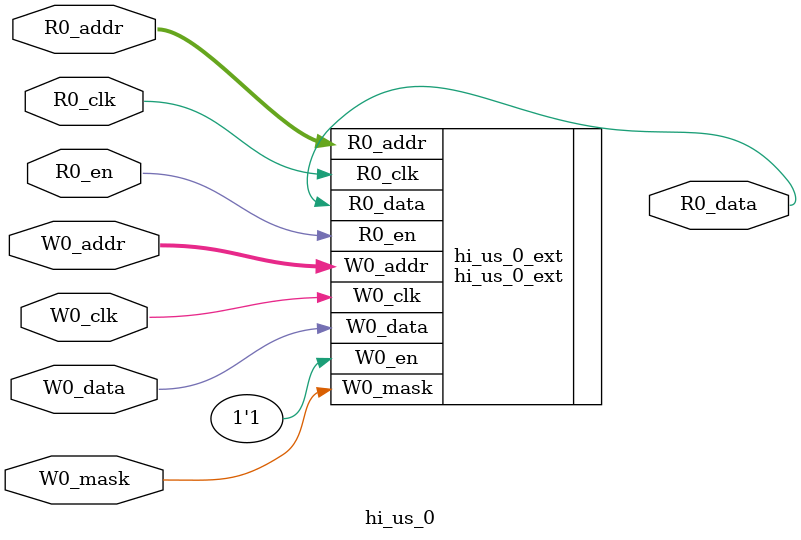
<source format=sv>
`ifndef RANDOMIZE
  `ifdef RANDOMIZE_REG_INIT
    `define RANDOMIZE
  `endif // RANDOMIZE_REG_INIT
`endif // not def RANDOMIZE
`ifndef RANDOMIZE
  `ifdef RANDOMIZE_MEM_INIT
    `define RANDOMIZE
  `endif // RANDOMIZE_MEM_INIT
`endif // not def RANDOMIZE

`ifndef RANDOM
  `define RANDOM $random
`endif // not def RANDOM

// Users can define 'PRINTF_COND' to add an extra gate to prints.
`ifndef PRINTF_COND_
  `ifdef PRINTF_COND
    `define PRINTF_COND_ (`PRINTF_COND)
  `else  // PRINTF_COND
    `define PRINTF_COND_ 1
  `endif // PRINTF_COND
`endif // not def PRINTF_COND_

// Users can define INIT_RANDOM as general code that gets injected into the
// initializer block for modules with registers.
`ifndef INIT_RANDOM
  `define INIT_RANDOM
`endif // not def INIT_RANDOM

// If using random initialization, you can also define RANDOMIZE_DELAY to
// customize the delay used, otherwise 0.002 is used.
`ifndef RANDOMIZE_DELAY
  `define RANDOMIZE_DELAY 0.002
`endif // not def RANDOMIZE_DELAY

// Define INIT_RANDOM_PROLOG_ for use in our modules below.
`ifndef INIT_RANDOM_PROLOG_
  `ifdef RANDOMIZE
    `ifdef VERILATOR
      `define INIT_RANDOM_PROLOG_ `INIT_RANDOM
    `else  // VERILATOR
      `define INIT_RANDOM_PROLOG_ `INIT_RANDOM #`RANDOMIZE_DELAY begin end
    `endif // VERILATOR
  `else  // RANDOMIZE
    `define INIT_RANDOM_PROLOG_
  `endif // RANDOMIZE
`endif // not def INIT_RANDOM_PROLOG_

// Include register initializers in init blocks unless synthesis is set
`ifndef SYNTHESIS
  `ifndef ENABLE_INITIAL_REG_
    `define ENABLE_INITIAL_REG_
  `endif // not def ENABLE_INITIAL_REG_
`endif // not def SYNTHESIS

// Include rmemory initializers in init blocks unless synthesis is set
`ifndef SYNTHESIS
  `ifndef ENABLE_INITIAL_MEM_
    `define ENABLE_INITIAL_MEM_
  `endif // not def ENABLE_INITIAL_MEM_
`endif // not def SYNTHESIS

module hi_us_0(
  input  [6:0] R0_addr,
  input        R0_en,
               R0_clk,
  input  [6:0] W0_addr,
  input        W0_clk,
               W0_data,
               W0_mask,
  output       R0_data
);

  hi_us_0_ext hi_us_0_ext (
    .R0_addr (R0_addr),
    .R0_en   (R0_en),
    .R0_clk  (R0_clk),
    .W0_addr (W0_addr),
    .W0_en   (1'h1),
    .W0_clk  (W0_clk),
    .W0_data (W0_data),
    .W0_mask (W0_mask),
    .R0_data (R0_data)
  );
endmodule


</source>
